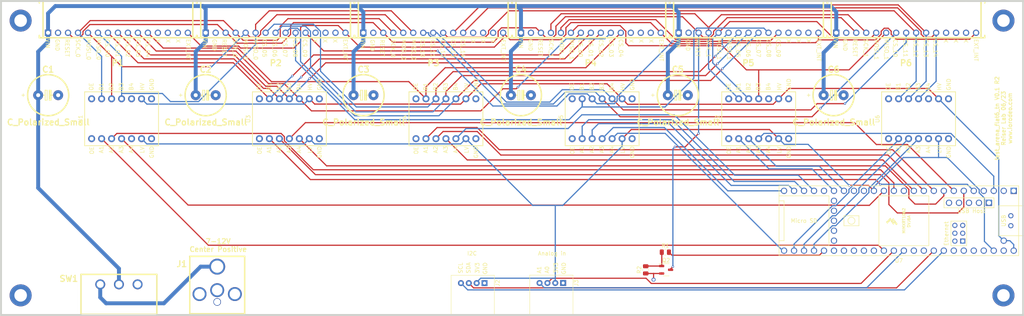
<source format=kicad_pcb>
(kicad_pcb (version 20221018) (generator pcbnew)
  (layers (0 "F.Cu" signal) (1 "In1.Cu" signal) (2 "In2.Cu" signal) (31 "B.Cu" signal) (34 "B.Paste" user) (35 "F.Paste" user) (36 "B.SilkS" user "B.Silkscreen") (37 "F.SilkS" user "F.Silkscreen") (38 "B.Mask" user) (39 "F.Mask" user) (44 "Edge.Cuts" user))
  (net 0 "")
  (net 1 "/3V3")
  (net 2 "/5V")
  (net 3 "/VIN")
  (net 4 "/VIN_SW")
  (net 5 "/SDA")
  (net 6 "/EXT_INT_5V")
  (net 7 "/MISO_0_3V3")
  (net 8 "/MISO_0_5V")
  (net 9 "/SCL")
  (net 10 "/A0")
  (net 11 "/MISO_1_3V3")
  (net 12 "/MISO_1_5V")
  (net 13 "/A1")
  (net 14 "/CS_00_5V")
  (net 15 "/CS_01_5V")
  (net 16 "/CS_02_5V")
  (net 17 "/CS_03_5V")
  (net 18 "/CS_04_5V")
  (net 21 "/MOSI_0_3V3")
  (net 22 "/MOSI_0_5V")
  (net 24 "/CS_05_5V")
  (net 25 "/MOSI_1_3V3")
  (net 26 "/MOSI_1_5V")
  (net 27 "/CS_06_5V")
  (net 28 "/CS_07_5V")
  (net 29 "/CS_08_5V")
  (net 30 "/CS_09_5V")
  (net 31 "/RESET")
  (net 32 "/RESET_PAN")
  (net 33 "/SCK_0_3V3")
  (net 34 "/SCK_0_5V")
  (net 35 "/SCK_1_3V3")
  (net 36 "/SCK_1_5V")
  (net 37 "GND")
  (net 41 "/CS_10_5V")
  (net 42 "/CS_11_5V")
  (net 43 "/CS_12_5V")
  (net 44 "/CS_13_5V")
  (net 45 "/CS_14_5V")
  (net 58 "Net-(Q2-G)")
  (net 68 "/CS_00_3V3")
  (net 69 "/CS_01_3V3")
  (net 70 "/CS_02_3V3")
  (net 71 "/CS_03_3V3")
  (net 74 "/CS_04_3V3")
  (net 75 "/CS_05_3V3")
  (net 76 "/CS_06_3V3")
  (net 77 "/CS_07_3V3")
  (net 80 "/CS_08_3V3")
  (net 81 "/CS_09_3V3")
  (net 82 "/CS_10_3V3")
  (net 83 "/CS_11_3V3")
  (net 86 "/CS_12_3V3")
  (net 87 "/CS_13_3V3")
  (net 88 "/CS_14_3V3")
  (footprint "arena_custom:Capacitor_Polarized" (layer "F.Cu") (at 52 74)
    (fp_text reference "C1")
    (fp_text value "C_Polarized_Small")
  )
  (footprint "arena_custom:Capacitor_Polarized" (layer "F.Cu") (at 92.0702 74)
    (fp_text reference "C2")
    (fp_text value "C_Polarized_Small")
  )
  (footprint "arena_custom:Capacitor_Polarized" (layer "F.Cu") (at 132.2202 74)
    (fp_text reference "C3")
    (fp_text value "C_Polarized_Small")
  )
  (footprint "arena_custom:Capacitor_Polarized" (layer "F.Cu") (at 172.25 74)
    (fp_text reference "C4")
    (fp_text value "C_Polarized_Small")
  )
  (footprint "arena_custom:Capacitor_Polarized" (layer "F.Cu") (at 212.1702 74)
    (fp_text reference "C5")
    (fp_text value "C_Polarized_Small")
  )
  (footprint "arena_custom:HEADER_TOP" (layer "F.Cu") (at 69.75 58.1)
    (fp_text reference "P1")
    (fp_text value "CONN15")
  )
  (footprint "arena_custom:HEADER_TOP" (layer "F.Cu") (at 109.85 58.1)
    (fp_text reference "P2")
    (fp_text value "CONN15")
  )
  (footprint "arena_custom:HEADER_TOP" (layer "F.Cu") (at 149.95 58.1)
    (fp_text reference "P3")
    (fp_text value "CONN15")
  )
  (footprint "arena_custom:HEADER_TOP" (layer "F.Cu") (at 190.05 58.1)
    (fp_text reference "P4")
    (fp_text value "CONN15")
  )
  (footprint "arena_custom:HEADER_TOP" (layer "F.Cu") (at 230.15 58.1)
    (fp_text reference "P5")
    (fp_text value "CONN15")
  )
  (footprint "arena_custom:HEADER_TOP" (layer "F.Cu") (at 270.25 58.1)
    (fp_text reference "P6")
    (fp_text value "CONN15")
  )
  (footprint "arena_custom:slide_switch" (layer "F.Cu") (at 70 124.74)
    (fp_text reference "SW1")
    (fp_text value "SW_SPDT" hide)
  )
  (footprint "arena_custom:SPARKFUN_TXB0104" (layer "F.Cu") (at 70.68 80 90)
    (fp_text reference "U1")
    (fp_text value "SPARKFUN_TXB0104" hide)
  )
  (footprint "arena_custom:SPARKFUN_TXB0104" (layer "F.Cu") (at 232.74 80 90)
    (fp_text reference "U2")
    (fp_text value "SPARKFUN_TXB0104" hide)
  )
  (footprint "arena_custom:SPARKFUN_TXB0104" (layer "F.Cu") (at 113.36 80 90)
    (fp_text reference "U3")
    (fp_text value "SPARKFUN_TXB0104" hide)
  )
  (footprint "arena_custom:SPARKFUN_TXB0104" (layer "F.Cu") (at 153.18 80 90)
    (fp_text reference "U4")
    (fp_text value "SPARKFUN_TXB0104" hide)
  )
  (footprint "arena_custom:SPARKFUN_TXB0104" (layer "F.Cu") (at 192.92 80 90)
    (fp_text reference "U5")
    (fp_text value "SPARKFUN_TXB0104" hide)
  )
  (footprint "arena_custom:SPARKFUN_TXB0104" (layer "F.Cu") (at 273.41 80 90)
    (fp_text reference "U6")
    (fp_text value "SPARKFUN_TXB0104" hide)
  )
  (footprint "arena_custom:DCJACK_2PIN_HIGHCURRENT" (layer "F.Cu") (at 95 129.6738 180)
    (fp_text reference "J1")
    (fp_text value "Barrel_Jack" hide)
  )
  (footprint "arena_custom:NS-Tech_Grove_1x04_P2mm_Horizontal" (layer "F.Cu") (at 160 121.88 -90)
    (fp_text reference "J2")
    (fp_text value "Conn_01x04_Pin")
  )
  (footprint "MountingHole:MountingHole_3.2mm_M3_DIN965_Pad" (layer "F.Cu") (at 45 55)
    (fp_text reference "H1" hide)
    (fp_text value "MountingHole_Pad")
  )
  (footprint "MountingHole:MountingHole_3.2mm_M3_DIN965_Pad" (layer "F.Cu") (at 45 125)
    (fp_text reference "H2" hide)
    (fp_text value "MountingHole_Pad")
  )
  (footprint "MountingHole:MountingHole_3.2mm_M3_DIN965_Pad" (layer "F.Cu") (at 295 55)
    (fp_text reference "H4" hide)
    (fp_text value "MountingHole_Pad")
  )
  (footprint "teensy:Teensy41" (layer "F.Cu") (at 268.4 105.9884 180)
    (fp_text reference "U7")
    (fp_text value "Teensy4.1")
  )
  (footprint "MountingHole:MountingHole_3.2mm_M3_DIN965_Pad" (layer "F.Cu") (at 295 125)
    (fp_text reference "H3" hide)
    (fp_text value "MountingHole_Pad")
  )
  (footprint "arena_custom:NS-Tech_Grove_1x04_P2mm_Horizontal" (layer "F.Cu") (at 180 121.85 -90)
    (fp_text reference "J3")
    (fp_text value "Conn_01x04_Pin")
  )
  (footprint "Resistor_SMD:R_0805_2012Metric" (layer "F.Cu") (at 209 114)
    (fp_text reference "R1")
    (fp_text value "200")
  )
  (footprint "arena_custom:Capacitor_Polarized" (layer "F.Cu") (at 251.8 74)
    (fp_text reference "C6")
    (fp_text value "C_Polarized_Small")
  )
  (footprint "Resistor_SMD:R_0805_2012Metric" (layer "F.Cu") (at 204 118.5 90)
    (fp_text reference "R2")
    (fp_text value "20k")
  )
  (footprint "Package_TO_SOT_SMD:SOT-23-3" (layer "F.Cu") (at 209.19 118.48)
    (fp_text reference "Q2")
    (fp_text value "MOSFET_NCHAN")
  )
  (gr_line (start 40 50) (end 40 130) (stroke (width 0.5)) (layer "Edge.Cuts"))
  (gr_line (start 40 50) (end 300 50) (stroke (width 0.5)) (layer "Edge.Cuts"))
  (gr_line (start 40 130) (end 300 130) (stroke (width 0.5)) (layer "Edge.Cuts"))
  (gr_line (start 300 50) (end 300 130) (stroke (width 0.5)) (layer "Edge.Cuts"))
  (gr_text "7-12V\nCenter Positive" (at 95.25 112.25) (layer "F.SilkS") (effects (font (size 1.27 1.27) (thickness 0.254))))
  (gr_text "test_arena_flat6_tn V0.1 R2\nReiser Lab 06/23\nwww.iorodeo.com" (at 295.02 79.88 90) (layer "F.SilkS") (effects (font (size 1.016 1.016) (thickness 0.2032))))
  (gr_text "CS_08" (at 234.7 59.6 270) (layer "F.SilkS") (effects (font (size 1 1)) (justify left bottom)))
  (gr_text "EXT_INT" (at 167.2 59.7 270) (layer "F.SilkS") (effects (font (size 1 1)) (justify left bottom)))
  (gr_text "CS_06" (at 229.5 59.6 270) (layer "F.SilkS") (effects (font (size 1 1)) (justify left bottom)))
  (gr_text "RESET" (at 216.65 59.6 270) (layer "F.SilkS") (effects (font (size 1 1)) (justify left bottom)))
  (gr_text "SCK_0" (at 139.15 59.7 270) (layer "F.SilkS") (effects (font (size 1 1)) (justify left bottom)))
  (gr_text "SDA" (at 159.5 119.5 90) (layer "F.SilkS") (effects (font (size 1 1)) (justify left bottom)))
  (gr_text "CS_04" (at 197.1 59.6 270) (layer "F.SilkS") (effects (font (size 1 1)) (justify left bottom)))
  (gr_text "CS_13" (at 154.45 59.7 270) (layer "F.SilkS") (effects (font (size 1 1)) (justify left bottom)))
  (gr_text "X" (at 162.05 59.7 270) (layer "F.SilkS") (effects (font (size 1 1)) (justify left bottom)))
  (gr_text "A1" (at 177.5 119.5 90) (layer "F.SilkS") (effects (font (size 1 1)) (justify left bottom)))
  (gr_text "CS_02" (at 71.7 59.6 270) (layer "F.SilkS") (effects (font (size 1 1)) (justify left bottom)))
  (gr_text "CS_09" (at 237.15 59.6 270) (layer "F.SilkS") (effects (font (size 1 1)) (justify left bottom)))
  (gr_text "EXT_INT" (at 207.4 59.6 270) (layer "F.SilkS") (effects (font (size 1 1)) (justify left bottom)))
  (gr_text "CS_14" (at 277.15 59.6 270) (layer "F.SilkS") (effects (font (size 1 1)) (justify left bottom)))
  (gr_text "CS_01" (at 189.45 59.6 270) (layer "F.SilkS") (effects (font (size 1 1)) (justify left bottom)))
  (gr_text "MISO_1" (at 184.6 59.6 270) (layer "F.SilkS") (effects (font (size 1 1)) (justify left bottom)))
  (gr_text "GND" (at 183.75 119.75 90) (layer "F.SilkS") (effects (font (size 1 1)) (justify left bottom)))
  (gr_text "MISO_0" (at 104.2 59.6 270) (layer "F.SilkS") (effects (font (size 1 1)) (justify left bottom)))
  (gr_text "RESET" (at 56.25 59.6 270) (layer "F.SilkS") (effects (font (size 1 1)) (justify left bottom)))
  (gr_text "EXT_INT" (at 247.45 59.6 270) (layer "F.SilkS") (effects (font (size 1 1)) (justify left bottom)))
  (gr_text "X" (at 119.3 59.6 270) (layer "F.SilkS") (effects (font (size 1 1)) (justify left bottom)))
  (gr_text "CS_07" (at 232.1 59.6 270) (layer "F.SilkS") (effects (font (size 1 1)) (justify left bottom)))
  (gr_text "A0" (at 179.5 119.5 90) (layer "F.SilkS") (effects (font (size 1 1)) (justify left bottom)))
  (gr_text "X" (at 159.5 59.7 270) (layer "F.SilkS") (effects (font (size 1 1)) (justify left bottom)))
  (gr_text "MOSI_1" (at 222.1 59.6 270) (layer "F.SilkS") (effects (font (size 1 1)) (justify left bottom)))
  (gr_text "X" (at 124.4 59.6 270) (layer "F.SilkS") (effects (font (size 1 1)) (justify left bottom)))
  (gr_text "MOSI_0" (at 101.65 59.6 270) (layer "F.SilkS") (effects (font (size 1 1)) (justify left bottom)))
  (gr_text "SCL" (at 157.5 119.5 90) (layer "F.SilkS") (effects (font (size 1 1)) (justify left bottom)))
  (gr_text "X" (at 242.3 59.6 270) (layer "F.SilkS") (effects (font (size 1 1)) (justify left bottom)))
  (gr_text "Analog in" (at 176.5 114.9) (layer "F.SilkS") (effects (font (size 1 1)) (justify left bottom)))
  (gr_text "MOSI_1" (at 262.1 59.6 270) (layer "F.SilkS") (effects (font (size 1 1)) (justify left bottom)))
  (gr_text "X" (at 244.85 59.6 270) (layer "F.SilkS") (effects (font (size 1 1)) (justify left bottom)))
  (gr_text "CS_03" (at 74.3 59.6 270) (layer "F.SilkS") (effects (font (size 1 1)) (justify left bottom)))
  (gr_text "CS_09" (at 116.7 59.6 270) (layer "F.SilkS") (effects (font (size 1 1)) (justify left bottom)))
  (gr_text "MOSI_0" (at 141.85 59.7 270) (layer "F.SilkS") (effects (font (size 1 1)) (justify left bottom)))
  (gr_text "X" (at 284.85 59.6 270) (layer "F.SilkS") (effects (font (size 1 1)) (justify left bottom)))
  (gr_text "SCK_1" (at 259.4 59.6 270) (layer "F.SilkS") (effects (font (size 1 1)) (justify left bottom)))
  (gr_text "SCK_0" (at 98.95 59.6 270) (layer "F.SilkS") (effects (font (size 1 1)) (justify left bottom)))
  (gr_text "MOSI_0" (at 61.7 59.6 270) (layer "F.SilkS") (effects (font (size 1 1)) (justify left bottom)))
  (gr_text "CS_05" (at 106.45 59.6 270) (layer "F.SilkS") (effects (font (size 1 1)) (justify left bottom)))
  (gr_text "X" (at 79.35 59.6 270) (layer "F.SilkS") (effects (font (size 1 1)) (justify left bottom)))
  (gr_text "CS_10" (at 146.65 59.7 270) (layer "F.SilkS") (effects (font (size 1 1)) (justify left bottom)))
  (gr_text "I2C" (at 158.5 114.9) (layer "F.SilkS") (effects (font (size 1 1)) (justify left bottom)))
  (gr_text "GND" (at 254.15 59.6 270) (layer "F.SilkS") (effects (font (size 1 1)) (justify left bottom)))
  (gr_text "SCK_1" (at 179.35 59.6 270) (layer "F.SilkS") (effects (font (size 1 1)) (justify left bottom)))
  (gr_text "CS_10" (at 266.9 59.6 270) (layer "F.SilkS") (effects (font (size 1 1)) (justify left bottom)))
  (gr_text "CS_11" (at 269.5 59.6 270) (layer "F.SilkS") (effects (font (size 1 1)) (justify left bottom)))
  (gr_text "CS_12" (at 272.1 59.6 270) (layer "F.SilkS") (effects (font (size 1 1)) (justify left bottom)))
  (gr_text "CS_07" (at 111.65 59.6 270) (layer "F.SilkS") (effects (font (size 1 1)) (justify left bottom)))
  (gr_text "VIN" (at 51.3 59.6 270) (layer "F.SilkS") (effects (font (size 1 1)) (justify left bottom)))
  (gr_text "VIN" (at 131.45 59.7 270) (layer "F.SilkS") (effects (font (size 1 1)) (justify left bottom)))
  (gr_text "X" (at 279.75 59.6 270) (layer "F.SilkS") (effects (font (size 1 1)) (justify left bottom)))
  (gr_text "SCK_0" (at 59 59.6 270) (layer "F.SilkS") (effects (font (size 1 1)) (justify left bottom)))
  (gr_text "X" (at 239.75 59.6 270) (layer "F.SilkS") (effects (font (size 1 1)) (justify left bottom)))
  (gr_text "MISO_1" (at 264.65 59.6 270) (layer "F.SilkS") (effects (font (size 1 1)) (justify left bottom)))
  (gr_text "3V3" (at 161.75 119.5 90) (layer "F.SilkS") (effects (font (size 1 1)) (justify left bottom)))
  (gr_text "RESET" (at 136.4 59.7 270) (layer "F.SilkS") (effects (font (size 1 1)) (justify left bottom)))
  (gr_text "RESET" (at 176.6 59.6 270) (layer "F.SilkS") (effects (font (size 1 1)) (justify left bottom)))
  (gr_text "EXT_INT" (at 287.45 59.6 270) (layer "F.SilkS") (effects (font (size 1 1)) (justify left bottom)))
  (gr_text "RESET" (at 256.65 59.6 270) (layer "F.SilkS") (effects (font (size 1 1)) (justify left bottom)))
  (gr_text "MOSI_1" (at 182.05 59.6 270) (layer "F.SilkS") (effects (font (size 1 1)) (justify left bottom)))
  (gr_text "X" (at 164.6 59.7 270) (layer "F.SilkS") (effects (font (size 1 1)) (justify left bottom)))
  (gr_text "RESET" (at 96.2 59.6 270) (layer "F.SilkS") (effects (font (size 1 1)) (justify left bottom)))
  (gr_text "GND" (at 174.1 59.6 270) (layer "F.SilkS") (effects (font (size 1 1)) (justify left bottom)))
  (gr_text "VIN" (at 211.7 59.6 270) (layer "F.SilkS") (effects (font (size 1 1)) (justify left bottom)))
  (gr_text "MISO_0" (at 144.4 59.7 270) (layer "F.SilkS") (effects (font (size 1 1)) (justify left bottom)))
  (gr_text "X" (at 202.25 59.6 270) (layer "F.SilkS") (effects (font (size 1 1)) (justify left bottom)))
  (gr_text "CS_00" (at 66.5 59.6 270) (layer "F.SilkS") (effects (font (size 1 1)) (justify left bottom)))
  (gr_text "CS_14" (at 156.9 59.7 270) (layer "F.SilkS") (effects (font (size 1 1)) (justify left bottom)))
  (gr_text "X" (at 121.85 59.6 270) (layer "F.SilkS") (effects (font (size 1 1)) (justify left bottom)))
  (gr_text "CS_11" (at 149.25 59.7 270) (layer "F.SilkS") (effects (font (size 1 1)) (justify left bottom)))
  (gr_text "SCK_1" (at 219.4 59.6 270) (layer "F.SilkS") (effects (font (size 1 1)) (justify left bottom)))
  (gr_text "CS_06" (at 109.05 59.6 270) (layer "F.SilkS") (effects (font (size 1 1)) (justify left bottom)))
  (gr_text "GND" (at 93.7 59.6 270) (layer "F.SilkS") (effects (font (size 1 1)) (justify left bottom)))
  (gr_text "MISO_0" (at 64.25 59.6 270) (layer "F.SilkS") (effects (font (size 1 1)) (justify left bottom)))
  (gr_text "CS_04" (at 76.75 59.6 270) (layer "F.SilkS") (effects (font (size 1 1)) (justify left bottom)))
  (gr_text "VIN" (at 251.7 59.6 270) (layer "F.SilkS") (effects (font (size 1 1)) (justify left bottom)))
  (gr_text "CS_13" (at 274.7 59.6 270) (layer "F.SilkS") (effects (font (size 1 1)) (justify left bottom)))
  (gr_text "GND" (at 163.75 119.75 90) (layer "F.SilkS") (effects (font (size 1 1)) (justify left bottom)))
  (gr_text "X" (at 199.7 59.6 270) (layer "F.SilkS") (effects (font (size 1 1)) (justify left bottom)))
  (gr_text "GND" (at 214.15 59.6 270) (layer "F.SilkS") (effects (font (size 1 1)) (justify left bottom)))
  (gr_text "CS_00" (at 186.85 59.6 270) (layer "F.SilkS") (effects (font (size 1 1)) (justify left bottom)))
  (gr_text "CS_08" (at 114.25 59.6 270) (layer "F.SilkS") (effects (font (size 1 1)) (justify left bottom)))
  (gr_text "MISO_1" (at 224.65 59.6 270) (layer "F.SilkS") (effects (font (size 1 1)) (justify left bottom)))
  (gr_text "EXT_INT" (at 127 59.6 270) (layer "F.SilkS") (effects (font (size 1 1)) (justify left bottom)))
  (gr_text "GND" (at 53.75 59.6 270) (layer "F.SilkS") (effects (font (size 1 1)) (justify left bottom)))
  (gr_text "VIN" (at 171.65 59.6 270) (layer "F.SilkS") (effects (font (size 1 1)) (justify left bottom)))
  (gr_text "CS_12" (at 151.85 59.7 270) (layer "F.SilkS") (effects (font (size 1 1)) (justify left bottom)))
  (gr_text "CS_01" (at 69.1 59.6 270) (layer "F.SilkS") (effects (font (size 1 1)) (justify left bottom)))
  (gr_text "X" (at 204.8 59.6 270) (layer "F.SilkS") (effects (font (size 1 1)) (justify left bottom)))
  (gr_text "VIN" (at 91.25 59.6 270) (layer "F.SilkS") (effects (font (size 1 1)) (justify left bottom)))
  (gr_text "CS_03" (at 194.65 59.6 270) (layer "F.SilkS") (effects (font (size 1 1)) (justify left bottom)))
  (gr_text "GND" (at 133.9 59.7 270) (layer "F.SilkS") (effects (font (size 1 1)) (justify left bottom)))
  (gr_text "X" (at 81.9 59.6 270) (layer "F.SilkS") (effects (font (size 1 1)) (justify left bottom)))
  (gr_text "EXT_INT" (at 87.05 59.6 270) (layer "F.SilkS") (effects (font (size 1 1)) (justify left bottom)))
  (gr_text "CS_02" (at 192.05 59.6 270) (layer "F.SilkS") (effects (font (size 1 1)) (justify left bottom)))
  (gr_text "X" (at 282.3 59.6 270) (layer "F.SilkS") (effects (font (size 1 1)) (justify left bottom)))
  (gr_text "CS_05" (at 226.9 59.6 270) (layer "F.SilkS") (effects (font (size 1 1)) (justify left bottom)))
  (gr_text "3V3" (at 181.75 119.5 90) (layer "F.SilkS") (effects (font (size 1 1)) (justify left bottom)))
  (gr_text "X" (at 84.45 59.6 270) (layer "F.SilkS") (effects (font (size 1 1)) (justify left bottom)))
  (segment (start 198 85.08) (end 200.33 82.75) (width 0.3) (layer "F.Cu") (net 1))
  (segment (start 262.05 98.3684) (end 260.6695 96.9879) (width 0.3) (layer "F.Cu") (net 1))
  (segment (start 200.33 82.75) (end 235.49 82.75) (width 0.3) (layer "F.Cu") (net 1))
  (segment (start 235.49 82.75) (end 237.82 85.08) (width 0.3) (layer "F.Cu") (net 1))
  (segment (start 260.6695 96.9879) (end 255.7712 96.9879) (width 0.3) (layer "F.Cu") (net 1))
  (via (at 255.7712 96.9879) (size 0.6) (drill 0.3) (layers "F.Cu" "B.Cu") (net 1))
  (segment (start 269.5338 89.8765) (end 278.49 89.8765) (width 0.3) (layer "B.Cu") (net 1))
  (segment (start 161 121.6597) (end 162.0278 120.6319) (width 0.3) (layer "B.Cu") (net 1))
  (segment (start 198 87) (end 198 85.08) (width 0.3) (layer "B.Cu") (net 1))
  (segment (start 181 120.6319) (end 181 102.08) (width 0.3) (layer "B.Cu") (net 1))
  (segment (start 118.44 85.08) (end 119.7792 86.4192) (width 0.3) (layer "B.Cu") (net 1))
  (segment (start 182.92 102.08) (end 198 87) (width 0.3) (layer "B.Cu") (net 1))
  (segment (start 280.6532 89.8765) (end 288.8398 98.0631) (width 0.3) (layer "B.Cu") (net 1))
  (segment (start 262.05 97.3603) (end 269.5338 89.8765) (width 0.3) (layer "B.Cu") (net 1))
  (segment (start 278.49 89.8765) (end 278.49 85.08) (width 0.3) (layer "B.Cu") (net 1))
  (segment (start 75.76 85.08) (end 77.0992 86.4192) (width 0.3) (layer "B.Cu") (net 1))
  (segment (start 162.0278 120.6319) (end 181 120.6319) (width 0.3) (layer "B.Cu") (net 1))
  (segment (start 239.2619 86.5219) (end 237.82 85.08) (width 0.3) (layer "B.Cu") (net 1))
  (segment (start 175.26 102.08) (end 158.26 85.08) (width 0.3) (layer "B.Cu") (net 1))
  (segment (start 255.7712 96.9879) (end 245.3052 86.5219) (width 0.3) (layer "B.Cu") (net 1))
  (segment (start 181 102.08) (end 182.92 102.08) (width 0.3) (layer "B.Cu") (net 1))
  (segment (start 181 102.08) (end 175.26 102.08) (width 0.3) (layer "B.Cu") (net 1))
  (segment (start 288.8398 98.0631) (end 288.8398 98.892) (width 0.3) (layer "B.Cu") (net 1))
  (segment (start 181 121.85) (end 181 120.6319) (width 0.3) (layer "B.Cu") (net 1))
  (segment (start 278.49 89.8765) (end 280.6532 89.8765) (width 0.3) (layer "B.Cu") (net 1))
  (segment (start 161 121.88) (end 161 121.6597) (width 0.3) (layer "B.Cu") (net 1))
  (segment (start 290.1606 100.2128) (end 290.1606 111.239) (width 0.3) (layer "B.Cu") (net 1))
  (segment (start 262.05 98.3684) (end 262.05 97.3603) (width 0.3) (layer "B.Cu") (net 1))
  (segment (start 156.9208 86.4192) (end 158.26 85.08) (width 0.3) (layer "B.Cu") (net 1))
  (segment (start 245.3052 86.5219) (end 239.2619 86.5219) (width 0.3) (layer "B.Cu") (net 1))
  (segment (start 77.0992 86.4192) (end 117.1008 86.4192) (width 0.3) (layer "B.Cu") (net 1))
  (segment (start 288.8398 98.892) (end 290.1606 100.2128) (width 0.3) (layer "B.Cu") (net 1))
  (segment (start 290.1606 111.239) (end 292.53 113.6084) (width 0.3) (layer "B.Cu") (net 1))
  (segment (start 117.1008 86.4192) (end 118.44 85.08) (width 0.3) (layer "B.Cu") (net 1))
  (segment (start 119.7792 86.4192) (end 156.9208 86.4192) (width 0.3) (layer "B.Cu") (net 1))
  (segment (start 194.18 71.1) (end 198 74.92) (width 0.3) (layer "F.Cu") (net 2))
  (segment (start 118.44 74.92) (end 119.7839 76.2639) (width 0.3) (layer "F.Cu") (net 2))
  (segment (start 236.4249 76.3151) (end 237.82 74.92) (width 0.3) (layer "F.Cu") (net 2))
  (segment (start 156.9161 76.2639) (end 158.26 74.92) (width 0.3) (layer "F.Cu") (net 2))
  (segment (start 237.82 74.92) (end 240.4601 72.2799) (width 0.3) (layer "F.Cu") (net 2))
  (segment (start 119.7839 76.2639) (end 156.9161 76.2639) (width 0.3) (layer "F.Cu") (net 2))
  (segment (start 158.26 74.92) (end 162.08 71.1) (width 0.3) (layer "F.Cu") (net 2))
  (segment (start 162.08 71.1) (end 194.18 71.1) (width 0.3) (layer "F.Cu") (net 2))
  (segment (start 240.4601 72.2799) (end 275.8499 72.2799) (width 0.3) (layer "F.Cu") (net 2))
  (segment (start 275.8499 72.2799) (end 278.49 74.92) (width 0.3) (layer "F.Cu") (net 2))
  (segment (start 198 74.92) (end 199.3951 76.3151) (width 0.3) (layer "F.Cu") (net 2))
  (segment (start 199.3951 76.3151) (end 236.4249 76.3151) (width 0.3) (layer "F.Cu") (net 2))
  (segment (start 297.61 113.6084) (end 297.61 112.06) (width 0.3) (layer "B.Cu") (net 2))
  (segment (start 278.49 74.92) (end 293.8 90.23) (width 0.3) (layer "B.Cu") (net 2))
  (segment (start 75.76 74.92) (end 77.1107 76.2707) (width 0.3) (layer "B.Cu") (net 2))
  (segment (start 117.0893 76.2707) (end 118.44 74.92) (width 0.3) (layer "B.Cu") (net 2))
  (segment (start 293.8 109.7984) (end 295.07 111.0684) (width 0.3) (layer "B.Cu") (net 2))
  (segment (start 296.6184 111.0684) (end 295.07 111.0684) (width 0.3) (layer "B.Cu") (net 2))
  (segment (start 293.8 90.23) (end 293.8 109.7984) (width 0.3) (layer "B.Cu") (net 2))
  (segment (start 297.61 112.06) (end 296.6184 111.0684) (width 0.3) (layer "B.Cu") (net 2))
  (segment (start 77.1107 76.2707) (end 117.0893 76.2707) (width 0.3) (layer "B.Cu") (net 2))
  (segment (start 91.31 51.3) (end 91.32 51.31) (width 1) (layer "B.Cu") (net 3))
  (segment (start 212.37 52.93) (end 212.37 58.1) (width 1) (layer "B.Cu") (net 3))
  (segment (start 252.47 58.1) (end 252.47 59.95) (width 1) (layer "B.Cu") (net 3))
  (segment (start 129.68 68.5618) (end 129.68 74) (width 1) (layer "B.Cu") (net 3))
  (segment (start 210.78 51.34) (end 212.37 52.93) (width 1) (layer "B.Cu") (net 3))
  (segment (start 209.63 68.6449) (end 209.6302 68.6451) (width 0.3) (layer "B.Cu") (net 3))
  (segment (start 251.06 51.34) (end 252.47 52.75) (width 1) (layer "B.Cu") (net 3))
  (segment (start 210.78 51.34) (end 251.06 51.34) (width 1) (layer "B.Cu") (net 3))
  (segment (start 91.31 51.3) (end 91.32 51.31) (width 1) (layer "B.Cu") (net 3))
  (segment (start 91.32 51.31) (end 92.07 52.06) (width 1) (layer "B.Cu") (net 3))
  (segment (start 89.5302 62.8998) (end 89.5302 74) (width 1) (layer "B.Cu") (net 3))
  (segment (start 51.97 60.4) (end 51.97 58.1) (width 1) (layer "B.Cu") (net 3))
  (segment (start 70 118.17) (end 49.46 97.63) (width 1) (layer "B.Cu") (net 3))
  (segment (start 209.63 63.2898) (end 209.63 68.6449) (width 1) (layer "B.Cu") (net 3))
  (segment (start 130.67 51.31) (end 171.28 51.31) (width 1) (layer "B.Cu") (net 3))
  (segment (start 210.75 51.31) (end 210.78 51.34) (width 1) (layer "B.Cu") (net 3))
  (segment (start 209.6302 68.6451) (end 209.6302 74) (width 0.3) (layer "B.Cu") (net 3))
  (segment (start 209.63 68.6449) (end 209.63 74) (width 1) (layer "B.Cu") (net 3))
  (segment (start 210.75 51.31) (end 210.78 51.34) (width 1) (layer "B.Cu") (net 3))
  (segment (start 92.07 52.06) (end 92.07 58.1) (width 1) (layer "B.Cu") (net 3))
  (segment (start 132.17 58.1) (end 132.17 60.46) (width 1) (layer "B.Cu") (net 3))
  (segment (start 49.46 62.91) (end 51.97 60.4) (width 1) (layer "B.Cu") (net 3))
  (segment (start 172.27 58.1) (end 172.27 60.27) (width 1) (layer "B.Cu") (net 3))
  (segment (start 49.46 74) (end 49.46 62.91) (width 1) (layer "B.Cu") (net 3))
  (segment (start 172.27 60.27) (end 169.71 62.83) (width 1) (layer "B.Cu") (net 3))
  (segment (start 92.07 60.36) (end 89.5302 62.8998) (width 1) (layer "B.Cu") (net 3))
  (segment (start 172.27 58.1) (end 172.27 52.3) (width 1) (layer "B.Cu") (net 3))
  (segment (start 132.17 60.46) (end 129.68 62.9498) (width 1) (layer "B.Cu") (net 3))
  (segment (start 252.47 52.75) (end 252.47 58.1) (width 1) (layer "B.Cu") (net 3))
  (segment (start 169.71 62.83) (end 169.71 74) (width 1) (layer "B.Cu") (net 3))
  (segment (start 51.97 58.1) (end 51.97 53.16) (width 1) (layer "B.Cu") (net 3))
  (segment (start 70 122.2) (end 70 118.17) (width 1) (layer "B.Cu") (net 3))
  (segment (start 132.17 52.81) (end 132.17 58.1) (width 1) (layer "B.Cu") (net 3))
  (segment (start 91.32 51.31) (end 130.67 51.31) (width 1) (layer "B.Cu") (net 3))
  (segment (start 92.07 58.1) (end 92.07 60.36) (width 1) (layer "B.Cu") (net 3))
  (segment (start 129.68 68.5618) (end 129.6802 68.562) (width 0.3) (layer "B.Cu") (net 3))
  (segment (start 249.26 63.16) (end 249.26 74) (width 1) (layer "B.Cu") (net 3))
  (segment (start 172.27 52.3) (end 171.28 51.31) (width 1) (layer "B.Cu") (net 3))
  (segment (start 212.37 60.55) (end 209.63 63.2898) (width 1) (layer "B.Cu") (net 3))
  (segment (start 252.47 59.95) (end 249.26 63.16) (width 1) (layer "B.Cu") (net 3))
  (segment (start 53.83 51.3) (end 91.31 51.3) (width 1) (layer "B.Cu") (net 3))
  (segment (start 171.28 51.31) (end 210.75 51.31) (width 1) (layer "B.Cu") (net 3))
  (segment (start 129.68 62.9498) (end 129.68 68.5618) (width 1) (layer "B.Cu") (net 3))
  (segment (start 51.97 53.16) (end 53.83 51.3) (width 1) (layer "B.Cu") (net 3))
  (segment (start 49.46 97.63) (end 49.46 74) (width 1) (layer "B.Cu") (net 3))
  (segment (start 130.67 51.31) (end 132.17 52.81) (width 1) (layer "B.Cu") (net 3))
  (segment (start 212.37 58.1) (end 212.37 60.55) (width 1) (layer "B.Cu") (net 3))
  (segment (start 129.6802 68.562) (end 129.6802 74) (width 0.3) (layer "B.Cu") (net 3))
  (segment (start 81.45 127.02) (end 66.74 127.02) (width 1) (layer "B.Cu") (net 4))
  (segment (start 90.785 117.685) (end 81.45 127.02) (width 1) (layer "B.Cu") (net 4))
  (segment (start 95 117.685) (end 90.785 117.685) (width 1) (layer "B.Cu") (net 4))
  (segment (start 66.74 127.02) (end 65.2502 125.53) (width 1) (layer "B.Cu") (net 4))
  (segment (start 65.2502 125.53) (end 65.2502 122.2) (width 1) (layer "B.Cu") (net 4))
  (segment (start 160.2122 123.0922) (end 267.8062 123.0922) (width 0.3) (layer "F.Cu") (net 5))
  (segment (start 159 121.88) (end 160.2122 123.0922) (width 0.3) (layer "F.Cu") (net 5))
  (segment (start 267.8062 123.0922) (end 277.29 113.6084) (width 0.3) (layer "F.Cu") (net 5))
  (segment (start 114.5 62) (end 100.957106 62) (width 0.3) (layer "F.Cu") (net 6))
  (segment (start 266.44 58.4739) (end 267.7211 59.755) (width 0.3) (layer "F.Cu") (net 6))
  (segment (start 264.6663 56.9455) (end 265.6879 56.9455) (width 0.3) (layer "F.Cu") (net 6))
  (segment (start 167.73 59.52) (end 167.73 58.1) (width 0.3) (layer "F.Cu") (net 6))
  (segment (start 165.5 61.75) (end 167.73 59.52) (width 0.3) (layer "F.Cu") (net 6))
  (segment (start 116.2 60.3) (end 114.5 62) (width 0.3) (layer "F.Cu") (net 6))
  (segment (start 247.2261 60.6154) (end 223.3189 60.6154) (width 0.3) (layer "F.Cu") (net 6))
  (segment (start 90.93 61.5) (end 87.53 58.1) (width 0.3) (layer "F.Cu") (net 6))
  (segment (start 247.93 59.9115) (end 247.2261 60.6154) (width 0.3) (layer "F.Cu") (net 6))
  (segment (start 223.0452 60.8891) (end 210.6191 60.8891) (width 0.3) (layer "F.Cu") (net 6))
  (segment (start 127.63 58.1) (end 125.78 56.25) (width 0.3) (layer "F.Cu") (net 6))
  (segment (start 247.93 59.9115) (end 247.93 58.1) (width 0.3) (layer "F.Cu") (net 6))
  (segment (start 205.23 55.5) (end 207.83 58.1) (width 0.3) (layer "F.Cu") (net 6))
  (segment (start 185 55.5) (end 205.23 55.5) (width 0.3) (layer "F.Cu") (net 6))
  (segment (start 265.6879 56.9455) (end 266.44 57.6976) (width 0.3) (layer "F.Cu") (net 6))
  (segment (start 182.3635 59.8626) (end 183.7 58.5261) (width 0.3) (layer "F.Cu") (net 6))
  (segment (start 266.44 57.6976) (end 266.44 58.4739) (width 0.3) (layer "F.Cu") (net 6))
  (segment (start 100.957106 62) (end 100.457106 61.5) (width 0.3) (layer "F.Cu") (net 6))
  (segment (start 116.2 56.8) (end 116.2 60.3) (width 0.3) (layer "F.Cu") (net 6))
  (segment (start 263.9 57.7118) (end 264.6663 56.9455) (width 0.3) (layer "F.Cu") (net 6))
  (segment (start 169.4926 59.8626) (end 182.3635 59.8626) (width 0.3) (layer "F.Cu") (net 6))
  (segment (start 183.7 58.5261) (end 183.7 56.8) (width 0.3) (layer "F.Cu") (net 6))
  (segment (start 116.75 56.25) (end 116.2 56.8) (width 0.3) (layer "F.Cu") (net 6))
  (segment (start 183.7 56.8) (end 185 55.5) (width 0.3) (layer "F.Cu") (net 6))
  (segment (start 127.63 58.1) (end 131.28 61.75) (width 0.3) (layer "F.Cu") (net 6))
  (segment (start 263.9 58.4566) (end 263.9 57.7118) (width 0.3) (layer "F.Cu") (net 6))
  (segment (start 210.6191 60.8891) (end 207.83 58.1) (width 0.3) (layer "F.Cu") (net 6))
  (segment (start 286.375 59.755) (end 288.03 58.1) (width 0.3) (layer "F.Cu") (net 6))
  (segment (start 100.457106 61.5) (end 90.93 61.5) (width 0.3) (layer "F.Cu") (net 6))
  (segment (start 131.28 61.75) (end 165.5 61.75) (width 0.3) (layer "F.Cu") (net 6))
  (segment (start 223.3189 60.6154) (end 223.0452 60.8891) (width 0.3) (layer "F.Cu") (net 6))
  (segment (start 247.93 59.9115) (end 262.4451 59.9115) (width 0.3) (layer "F.Cu") (net 6))
  (segment (start 125.78 56.25) (end 116.75 56.25) (width 0.3) (layer "F.Cu") (net 6))
  (segment (start 267.7211 59.755) (end 286.375 59.755) (width 0.3) (layer "F.Cu") (net 6))
  (segment (start 167.73 58.1) (end 169.4926 59.8626) (width 0.3) (layer "F.Cu") (net 6))
  (segment (start 262.4451 59.9115) (end 263.9 58.4566) (width 0.3) (layer "F.Cu") (net 6))
  (segment (start 251.355254 102) (end 251.413654 102.0584) (width 0.3) (layer "F.Cu") (net 7))
  (segment (start 251.413654 102.0584) (end 260.9 102.0584) (width 0.3) (layer "F.Cu") (net 7))
  (segment (start 87.6 102) (end 251.355254 102) (width 0.3) (layer "F.Cu") (net 7))
  (segment (start 70.68 85.08) (end 87.6 102) (width 0.3) (layer "F.Cu") (net 7))
  (segment (start 260.9 102.0584) (end 264.59 98.3684) (width 0.3) (layer "F.Cu") (net 7))
  (segment (start 108.25 52.5) (end 104.77 55.98) (width 0.3) (layer "F.Cu") (net 8))
  (segment (start 104.77 55.98) (end 104.77 58.1) (width 0.3) (layer "F.Cu") (net 8))
  (segment (start 139.27 52.5) (end 108.25 52.5) (width 0.3) (layer "F.Cu") (net 8))
  (segment (start 144.87 58.1) (end 139.27 52.5) (width 0.3) (layer "F.Cu") (net 8))
  (segment (start 70.68 73.5616) (end 70.68 74.92) (width 0.3) (layer "B.Cu") (net 8))
  (segment (start 64.67 58.1) (end 70.68 64.11) (width 0.3) (layer "B.Cu") (net 8))
  (segment (start 90.2244 75.6336) (end 83.1171 75.6336) (width 0.3) (layer "B.Cu") (net 8))
  (segment (start 83.1171 75.6336) (end 81.0451 73.5616) (width 0.3) (layer "B.Cu") (net 8))
  (segment (start 104.77 58.1) (end 104.77 61.088) (width 0.3) (layer "B.Cu") (net 8))
  (segment (start 70.68 64.11) (end 70.68 73.5616) (width 0.3) (layer "B.Cu") (net 8))
  (segment (start 81.0451 73.5616) (end 70.68 73.5616) (width 0.3) (layer "B.Cu") (net 8))
  (segment (start 104.77 61.088) (end 90.2244 75.6336) (width 0.3) (layer "B.Cu") (net 8))
  (segment (start 158.7257 123.6057) (end 269.8327 123.6057) (width 0.3) (layer "B.Cu") (net 9))
  (segment (start 157 121.88) (end 158.7257 123.6057) (width 0.3) (layer "B.Cu") (net 9))
  (segment (start 269.8327 123.6057) (end 279.83 113.6084) (width 0.3) (layer "B.Cu") (net 9))
  (segment (start 180.2122 120.6378) (end 204.0858 120.6378) (width 0.3) (layer "F.Cu") (net 10))
  (segment (start 204.0858 120.6378) (end 205.4132 121.9652) (width 0.3) (layer "F.Cu") (net 10))
  (segment (start 205.4132 121.9652) (end 258.7732 121.9652) (width 0.3) (layer "F.Cu") (net 10))
  (segment (start 179 121.85) (end 180.2122 120.6378) (width 0.3) (layer "F.Cu") (net 10))
  (segment (start 258.7732 121.9652) (end 267.13 113.6084) (width 0.3) (layer "F.Cu") (net 10))
  (segment (start 234.0891 83.7309) (end 281.6181 83.7309) (width 0.3) (layer "B.Cu") (net 11))
  (segment (start 281.6181 83.7309) (end 292.53 94.6428) (width 0.3) (layer "B.Cu") (net 11))
  (segment (start 292.53 94.6428) (end 292.53 98.3684) (width 0.3) (layer "B.Cu") (net 11))
  (segment (start 232.74 85.08) (end 234.0891 83.7309) (width 0.3) (layer "B.Cu") (net 11))
  (segment (start 223.4527 61.3891) (end 223.4586 61.395) (width 0.3) (layer "F.Cu") (net 12))
  (segment (start 184.97 58.1) (end 186.82 56.25) (width 0.3) (layer "F.Cu") (net 12))
  (segment (start 199.6391 61.3891) (end 223.4527 61.3891) (width 0.3) (layer "F.Cu") (net 12))
  (segment (start 198.94 60.69) (end 199.6391 61.3891) (width 0.3) (layer "F.Cu") (net 12))
  (segment (start 223.4586 61.395) (end 229.6147 67.5511) (width 0.3) (layer "F.Cu") (net 12))
  (segment (start 198.94 57.7222) (end 198.94 60.69) (width 0.3) (layer "F.Cu") (net 12))
  (segment (start 232.74 67.5511) (end 255.7189 67.5511) (width 0.3) (layer "F.Cu") (net 12))
  (segment (start 197.4678 56.25) (end 198.94 57.7222) (width 0.3) (layer "F.Cu") (net 12))
  (segment (start 229.6147 67.5511) (end 232.74 67.5511) (width 0.3) (layer "F.Cu") (net 12))
  (segment (start 255.7189 67.5511) (end 265.17 58.1) (width 0.3) (layer "F.Cu") (net 12))
  (segment (start 232.74 74.92) (end 232.74 67.5511) (width 0.3) (layer "F.Cu") (net 12))
  (segment (start 186.82 56.25) (end 197.4678 56.25) (width 0.3) (layer "F.Cu") (net 12))
  (via (at 223.4586 61.395) (size 0.6) (drill 0.3) (layers "F.Cu" "B.Cu") (net 12))
  (segment (start 223.4586 59.7114) (end 223.4586 61.395) (width 0.3) (layer "B.Cu") (net 12))
  (segment (start 225.07 58.1) (end 223.4586 59.7114) (width 0.3) (layer "B.Cu") (net 12))
  (segment (start 178.2186 123.0686) (end 260.2098 123.0686) (width 0.3) (layer "B.Cu") (net 13))
  (segment (start 260.2098 123.0686) (end 269.67 113.6084) (width 0.3) (layer "B.Cu") (net 13))
  (segment (start 177 121.85) (end 178.2186 123.0686) (width 0.3) (layer "B.Cu") (net 13))
  (segment (start 119.5 63.75) (end 181.86 63.75) (width 0.3) (layer "F.Cu") (net 14))
  (segment (start 114.15 69.1) (end 119.5 63.75) (width 0.3) (layer "F.Cu") (net 14))
  (segment (start 99.11 65.75) (end 74.86 65.75) (width 0.3) (layer "F.Cu") (net 14))
  (segment (start 181.86 63.75) (end 187.51 58.1) (width 0.3) (layer "F.Cu") (net 14))
  (segment (start 108.28 74.92) (end 99.11 65.75) (width 0.3) (layer "F.Cu") (net 14))
  (segment (start 114.1 69.1) (end 114.15 69.1) (width 0.3) (layer "F.Cu") (net 14))
  (segment (start 74.86 65.75) (end 67.21 58.1) (width 0.3) (layer "F.Cu") (net 14))
  (via (at 114.1 69.1) (size 0.6) (drill 0.3) (layers "F.Cu" "B.Cu") (net 14))
  (segment (start 114.1 69.1) (end 108.28 74.92) (width 0.3) (layer "B.Cu") (net 14))
  (segment (start 99.25 64.75) (end 76.4 64.75) (width 0.3) (layer "F.Cu") (net 15))
  (segment (start 120.99 64.75) (end 183.4 64.75) (width 0.3) (layer "F.Cu") (net 15))
  (segment (start 76.4 64.75) (end 69.75 58.1) (width 0.3) (layer "F.Cu") (net 15))
  (segment (start 183.4 64.75) (end 190.05 58.1) (width 0.3) (layer "F.Cu") (net 15))
  (segment (start 106.7665 72.2665) (end 99.25 64.75) (width 0.3) (layer "F.Cu") (net 15))
  (segment (start 110.82 74.92) (end 108.1665 72.2665) (width 0.3) (layer "F.Cu") (net 15))
  (segment (start 116.37 69.37) (end 120.99 64.75) (width 0.3) (layer "F.Cu") (net 15))
  (segment (start 108.1665 72.2665) (end 106.7665 72.2665) (width 0.3) (layer "F.Cu") (net 15))
  (via (at 116.37 69.37) (size 0.6) (drill 0.3) (layers "F.Cu" "B.Cu") (net 15))
  (segment (start 116.37 69.37) (end 110.82 74.92) (width 0.3) (layer "B.Cu") (net 15))
  (segment (start 107.348606 71.7242) (end 99.374406 63.75) (width 0.3) (layer "F.Cu") (net 16))
  (segment (start 99.374406 63.75) (end 77.94 63.75) (width 0.3) (layer "F.Cu") (net 16))
  (segment (start 110.1642 71.7242) (end 107.348606 71.7242) (width 0.3) (layer "F.Cu") (net 16))
  (segment (start 118.515 69.765) (end 118.58755 69.765) (width 0.3) (layer "F.Cu") (net 16))
  (segment (start 122.60255 65.75) (end 184.94 65.75) (width 0.3) (layer "F.Cu") (net 16))
  (segment (start 77.94 63.75) (end 72.29 58.1) (width 0.3) (layer "F.Cu") (net 16))
  (segment (start 113.36 74.92) (end 110.1642 71.7242) (width 0.3) (layer "F.Cu") (net 16))
  (segment (start 184.94 65.75) (end 192.59 58.1) (width 0.3) (layer "F.Cu") (net 16))
  (segment (start 118.58755 69.765) (end 122.60255 65.75) (width 0.3) (layer "F.Cu") (net 16))
  (via (at 118.515 69.765) (size 0.6) (drill 0.3) (layers "F.Cu" "B.Cu") (net 16))
  (segment (start 118.515 69.765) (end 113.36 74.92) (width 0.3) (layer "B.Cu") (net 16))
  (segment (start 79.48 62.75) (end 74.83 58.1) (width 0.3) (layer "F.Cu") (net 17))
  (segment (start 112.0274 71.0474) (end 108.0474 71.0474) (width 0.3) (layer "F.Cu") (net 17))
  (segment (start 115.9 74.92) (end 112.0274 71.0474) (width 0.3) (layer "F.Cu") (net 17))
  (segment (start 167.6809 72.3658) (end 162.0467 78) (width 0.3) (layer "F.Cu") (net 17))
  (segment (start 118.98 78) (end 115.9 74.92) (width 0.3) (layer "F.Cu") (net 17))
  (segment (start 171.0641 72.3658) (end 167.6809 72.3658) (width 0.3) (layer "F.Cu") (net 17))
  (segment (start 108.0474 71.0474) (end 99.75 62.75) (width 0.3) (layer "F.Cu") (net 17))
  (segment (start 99.75 62.75) (end 79.48 62.75) (width 0.3) (layer "F.Cu") (net 17))
  (segment (start 162.0467 78) (end 118.98 78) (width 0.3) (layer "F.Cu") (net 17))
  (segment (start 171.51495 71.91495) (end 171.0641 72.3658) (width 0.3) (layer "F.Cu") (net 17))
  (via (at 171.51495 71.91495) (size 0.6) (drill 0.3) (layers "F.Cu" "B.Cu") (net 17))
  (segment (start 183.8262 59.6037) (end 193.6263 59.6037) (width 0.3) (layer "B.Cu") (net 17))
  (segment (start 193.6263 59.6037) (end 195.13 58.1) (width 0.3) (layer "B.Cu") (net 17))
  (segment (start 171.51495 71.91495) (end 183.8262 59.6037) (width 0.3) (layer "B.Cu") (net 17))
  (segment (start 143.7272 70.5472) (end 108.7972 70.5472) (width 0.3) (layer "F.Cu") (net 18))
  (segment (start 153 67) (end 188.77 67) (width 0.3) (layer "F.Cu") (net 18))
  (segment (start 108.7972 70.5472) (end 100.25 62) (width 0.3) (layer "F.Cu") (net 18))
  (segment (start 148.1 71.9) (end 153 67) (width 0.3) (layer "F.Cu") (net 18))
  (segment (start 188.77 67) (end 197.67 58.1) (width 0.3) (layer "F.Cu") (net 18))
  (segment (start 81.27 62) (end 77.37 58.1) (width 0.3) (layer "F.Cu") (net 18))
  (segment (start 100.25 62) (end 81.27 62) (width 0.3) (layer "F.Cu") (net 18))
  (segment (start 148.1 74.92) (end 143.7272 70.5472) (width 0.3) (layer "F.Cu") (net 18))
  (segment (start 148.1 74.92) (end 148.1 71.9) (width 0.3) (layer "F.Cu") (net 18))
  (segment (start 112.09 84.5741) (end 112.09 85.6426) (width 0.3) (layer "F.Cu") (net 21))
  (segment (start 111.2567 83.7408) (end 112.09 84.5741) (width 0.3) (layer "F.Cu") (net 21))
  (segment (start 112.09 85.6426) (end 119.4474 93) (width 0.3) (layer "F.Cu") (net 21))
  (segment (start 267.13 96.38) (end 267.13 98.3684) (width 0.3) (layer "F.Cu") (net 21))
  (segment (start 119.4474 93) (end 263.75 93) (width 0.3) (layer "F.Cu") (net 21))
  (segment (start 263.75 93) (end 267.13 96.38) (width 0.3) (layer "F.Cu") (net 21))
  (segment (start 69.4792 83.7408) (end 111.2567 83.7408) (width 0.3) (layer "F.Cu") (net 21))
  (segment (start 68.14 85.08) (end 69.4792 83.7408) (width 0.3) (layer "F.Cu") (net 21))
  (segment (start 106.04 58.4782) (end 106.04 57.6405) (width 0.3) (layer "F.Cu") (net 22))
  (segment (start 93.25 66.75) (end 70.78 66.75) (width 0.3) (layer "F.Cu") (net 22))
  (segment (start 137.73 53.5) (end 142.33 58.1) (width 0.3) (layer "F.Cu") (net 22))
  (segment (start 105.2617 59.2565) (end 106.04 58.4782) (width 0.3) (layer "F.Cu") (net 22))
  (segment (start 102.23 58.1) (end 103.3865 59.2565) (width 0.3) (layer "F.Cu") (net 22))
  (segment (start 106.04 57.6405) (end 110.1805 53.5) (width 0.3) (layer "F.Cu") (net 22))
  (segment (start 62.13 58.1) (end 68.14 64.11) (width 0.3) (layer "F.Cu") (net 22))
  (segment (start 68.14 64.11) (end 68.14 74.92) (width 0.3) (layer "F.Cu") (net 22))
  (segment (start 70.78 66.75) (end 68.14 64.11) (width 0.3) (layer "F.Cu") (net 22))
  (segment (start 103.3865 59.2565) (end 105.2617 59.2565) (width 0.3) (layer "F.Cu") (net 22))
  (segment (start 110.1805 53.5) (end 137.73 53.5) (width 0.3) (layer "F.Cu") (net 22))
  (via (at 93.25 66.75) (size 0.6) (drill 0.3) (layers "F.Cu" "B.Cu") (net 22))
  (segment (start 93.58 66.75) (end 102.23 58.1) (width 0.3) (layer "B.Cu") (net 22))
  (segment (start 93.25 66.75) (end 93.58 66.75) (width 0.3) (layer "B.Cu") (net 22))
  (segment (start 217.773 68) (end 221.7205 64.0525) (width 0.3) (layer "F.Cu") (net 24))
  (segment (start 155 68) (end 217.773 68) (width 0.3) (layer "F.Cu") (net 24))
  (segment (start 150.64 74.92) (end 150.64 72.36) (width 0.3) (layer "F.Cu") (net 24))
  (segment (start 150.64 72.36) (end 155 68) (width 0.3) (layer "F.Cu") (net 24))
  (via (at 221.7205 64.0525) (size 0.6) (drill 0.3) (layers "F.Cu" "B.Cu") (net 24))
  (segment (start 227.61 58.163) (end 221.7205 64.0525) (width 0.3) (layer "B.Cu") (net 24))
  (segment (start 121.28 57.7293) (end 119.4765 55.9258) (width 0.3) (layer "B.Cu") (net 24))
  (segment (start 121.28 67.899094) (end 121.28 57.7293) (width 0.3) (layer "B.Cu") (net 24))
  (segment (start 150.64 74.92) (end 148.56 77) (width 0.3) (layer "B.Cu") (net 24))
  (segment (start 109.4842 55.9258) (end 107.31 58.1) (width 0.3) (layer "B.Cu") (net 24))
  (segment (start 130.380906 77) (end 121.28 67.899094) (width 0.3) (layer "B.Cu") (net 24))
  (segment (start 119.4765 55.9258) (end 109.4842 55.9258) (width 0.3) (layer "B.Cu") (net 24))
  (segment (start 227.61 58.1) (end 227.61 58.163) (width 0.3) (layer "B.Cu") (net 24))
  (segment (start 148.56 77) (end 130.380906 77) (width 0.3) (layer "B.Cu") (net 24))
  (segment (start 237.1982 92.0782) (end 230.2 85.08) (width 0.3) (layer "B.Cu") (net 25))
  (segment (start 248.1398 92.0782) (end 237.1982 92.0782) (width 0.3) (layer "B.Cu") (net 25))
  (segment (start 254.43 98.3684) (end 248.1398 92.0782) (width 0.3) (layer "B.Cu") (net 25))
  (segment (start 206.569 54.75) (end 211.5721 59.7531) (width 0.3) (layer "F.Cu") (net 26))
  (segment (start 261.3228 59.4072) (end 262.63 58.1) (width 0.3) (layer "F.Cu") (net 26))
  (segment (start 220.8769 59.7531) (end 222.53 58.1) (width 0.3) (layer "F.Cu") (net 26))
  (segment (start 251.6821 59.4072) (end 261.3228 59.4072) (width 0.3) (layer "F.Cu") (net 26))
  (segment (start 247.5249 55.25) (end 251.6821 59.4072) (width 0.3) (layer "F.Cu") (net 26))
  (segment (start 184.5 54.75) (end 206.569 54.75) (width 0.3) (layer "F.Cu") (net 26))
  (segment (start 211.5721 59.7531) (end 220.8769 59.7531) (width 0.3) (layer "F.Cu") (net 26))
  (segment (start 222.53 58.1) (end 225.38 55.25) (width 0.3) (layer "F.Cu") (net 26))
  (segment (start 182.43 56.82) (end 184.5 54.75) (width 0.3) (layer "F.Cu") (net 26))
  (segment (start 225.38 55.25) (end 247.5249 55.25) (width 0.3) (layer "F.Cu") (net 26))
  (segment (start 182.43 58.1) (end 182.43 56.82) (width 0.3) (layer "F.Cu") (net 26))
  (segment (start 221.0476 65.7676) (end 230.2 74.92) (width 0.3) (layer "B.Cu") (net 26))
  (segment (start 221.0476 59.5824) (end 221.0476 65.7676) (width 0.3) (layer "B.Cu") (net 26))
  (segment (start 222.53 58.1) (end 221.0476 59.5824) (width 0.3) (layer "B.Cu") (net 26))
  (segment (start 153.18 73.07) (end 157.25 69) (width 0.3) (layer "F.Cu") (net 27))
  (segment (start 219.25 69) (end 222.2404 66.0096) (width 0.3) (layer "F.Cu") (net 27))
  (segment (start 153.18 74.92) (end 153.18 73.07) (width 0.3) (layer "F.Cu") (net 27))
  (segment (start 157.25 69) (end 219.25 69) (width 0.3) (layer "F.Cu") (net 27))
  (via (at 222.2404 66.0096) (size 0.6) (drill 0.3) (layers "F.Cu" "B.Cu") (net 27))
  (segment (start 149.85 78.25) (end 130.25 78.25) (width 0.3) (layer "B.Cu") (net 27))
  (segment (start 230.15 58.1) (end 222.2404 66.0096) (width 0.3) (layer "B.Cu") (net 27))
  (segment (start 130.25 78.25) (end 118.74 66.74) (width 0.3) (layer "B.Cu") (net 27))
  (segment (start 118.74 57.7131) (end 117.4528 56.4259) (width 0.3) (layer "B.Cu") (net 27))
  (segment (start 117.4528 56.4259) (end 111.5241 56.4259) (width 0.3) (layer "B.Cu") (net 27))
  (segment (start 111.5241 56.4259) (end 109.85 58.1) (width 0.3) (layer "B.Cu") (net 27))
  (segment (start 118.74 66.74) (end 118.74 57.7131) (width 0.3) (layer "B.Cu") (net 27))
  (segment (start 153.18 74.92) (end 149.85 78.25) (width 0.3) (layer "B.Cu") (net 27))
  (segment (start 155.72 74.92) (end 160.39 70.25) (width 0.3) (layer "F.Cu") (net 28))
  (segment (start 220.54 70.25) (end 223.5013 67.2887) (width 0.3) (layer "F.Cu") (net 28))
  (segment (start 160.39 70.25) (end 220.54 70.25) (width 0.3) (layer "F.Cu") (net 28))
  (via (at 223.5013 67.2887) (size 0.6) (drill 0.3) (layers "F.Cu" "B.Cu") (net 28))
  (segment (start 115.3974 56.9393) (end 113.5507 56.9393) (width 0.3) (layer "B.Cu") (net 28))
  (segment (start 155.72 74.92) (end 151.39 79.25) (width 0.3) (layer "B.Cu") (net 28))
  (segment (start 151.39 79.25) (end 130 79.25) (width 0.3) (layer "B.Cu") (net 28))
  (segment (start 116.2 57.7419) (end 115.3974 56.9393) (width 0.3) (layer "B.Cu") (net 28))
  (segment (start 130 79.25) (end 116.2 65.45) (width 0.3) (layer "B.Cu") (net 28))
  (segment (start 232.69 58.1) (end 223.5013 67.2887) (width 0.3) (layer "B.Cu") (net 28))
  (segment (start 116.2 65.45) (end 116.2 57.7419) (width 0.3) (layer "B.Cu") (net 28))
  (segment (start 113.5507 56.9393) (end 112.39 58.1) (width 0.3) (layer "B.Cu") (net 28))
  (segment (start 208.9223 77) (end 187.84 77) (width 0.3) (layer "B.Cu") (net 29))
  (segment (start 216.9991 56.9086) (end 216.2508 57.6569) (width 0.3) (layer "B.Cu") (net 29))
  (segment (start 235.23 58.1) (end 234.0386 56.9086) (width 0.3) (layer "B.Cu") (net 29))
  (segment (start 216.2508 57.6569) (end 216.2508 69.6715) (width 0.3) (layer "B.Cu") (net 29))
  (segment (start 114.93 65.18) (end 114.93 58.1) (width 0.3) (layer "B.Cu") (net 29))
  (segment (start 234.0386 56.9086) (end 216.9991 56.9086) (width 0.3) (layer "B.Cu") (net 29))
  (segment (start 187.84 77) (end 187.84 74.92) (width 0.3) (layer "B.Cu") (net 29))
  (segment (start 187.84 76.91) (end 184.5 80.25) (width 0.3) (layer "B.Cu") (net 29))
  (segment (start 187.84 74.92) (end 187.84 76.91) (width 0.3) (layer "B.Cu") (net 29))
  (segment (start 216.2508 69.6715) (end 208.9223 77) (width 0.3) (layer "B.Cu") (net 29))
  (segment (start 130 80.25) (end 114.93 65.18) (width 0.3) (layer "B.Cu") (net 29))
  (segment (start 184.5 80.25) (end 130 80.25) (width 0.3) (layer "B.Cu") (net 29))
  (segment (start 210.9974 60.2909) (end 210.918 60.2115) (width 0.3) (layer "F.Cu") (net 30))
  (segment (start 223.1118 60.1153) (end 222.9362 60.2909) (width 0.3) (layer "F.Cu") (net 30))
  (segment (start 237.77 58.1) (end 235.7547 60.1153) (width 0.3) (layer "F.Cu") (net 30))
  (segment (start 222.9362 60.2909) (end 210.9974 60.2909) (width 0.3) (layer "F.Cu") (net 30))
  (segment (start 235.7547 60.1153) (end 223.1118 60.1153) (width 0.3) (layer "F.Cu") (net 30))
  (segment (start 151.085 62.7236) (end 122.0936 62.7236) (width 0.3) (layer "F.Cu") (net 30))
  (segment (start 122.0936 62.7236) (end 117.47 58.1) (width 0.3) (layer "F.Cu") (net 30))
  (via (at 151.085 62.7236) (size 0.6) (drill 0.3) (layers "F.Cu" "B.Cu") (net 30))
  (via (at 210.918 60.2115) (size 0.6) (drill 0.3) (layers "F.Cu" "B.Cu") (net 30))
  (segment (start 189.1258 73.6658) (end 190.38 74.92) (width 0.3) (layer "B.Cu") (net 30))
  (segment (start 190.38 74.92) (end 191.621 76.161) (width 0.3) (layer "B.Cu") (net 30))
  (segment (start 165.121 76.7596) (end 181.4211 76.7596) (width 0.3) (layer "B.Cu") (net 30))
  (segment (start 181.4211 76.7596) (end 184.5149 73.6658) (width 0.3) (layer "B.Cu") (net 30))
  (segment (start 151.085 62.7236) (end 165.121 76.7596) (width 0.3) (layer "B.Cu") (net 30))
  (segment (start 196.0245 76.161) (end 196.73 75.4555) (width 0.3) (layer "B.Cu") (net 30))
  (segment (start 184.5149 73.6658) (end 189.1258 73.6658) (width 0.3) (layer "B.Cu") (net 30))
  (segment (start 191.621 76.161) (end 196.0245 76.161) (width 0.3) (layer "B.Cu") (net 30))
  (segment (start 196.73 74.3995) (end 210.918 60.2115) (width 0.3) (layer "B.Cu") (net 30))
  (segment (start 196.73 75.4555) (end 196.73 74.3995) (width 0.3) (layer "B.Cu") (net 30))
  (segment (start 210.6847 114.7722) (end 248.1862 114.7722) (width 0.3) (layer "F.Cu") (net 31))
  (segment (start 248.1862 114.7722) (end 249.35 113.6084) (width 0.3) (layer "F.Cu") (net 31))
  (segment (start 209.9125 114) (end 210.6847 114.7722) (width 0.3) (layer "F.Cu") (net 31))
  (segment (start 165.25 60.5) (end 139.65 60.5) (width 0.3) (layer "F.Cu") (net 32))
  (segment (start 178.55 59.3) (end 177.35 58.1) (width 0.3) (layer "F.Cu") (net 32))
  (segment (start 253.7 54.25) (end 224.75 54.25) (width 0.3) (layer "F.Cu") (net 32))
  (segment (start 111.433 60.75) (end 100.093 60.75) (width 0.3) (layer "F.Cu") (net 32))
  (segment (start 217.45 58.1) (end 213.35 54) (width 0.3) (layer "F.Cu") (net 32))
  (segment (start 213.35 54) (end 183.57675 54) (width 0.3) (layer "F.Cu") (net 32))
  (segment (start 221.26 58.4565) (end 220.4635 59.253) (width 0.3) (layer "F.Cu") (net 32))
  (segment (start 100.093 60.75) (end 97.443 58.1) (width 0.3) (layer "F.Cu") (net 32))
  (segment (start 210.3275 118.263) (end 210.3275 118.48) (width 0.3) (layer "F.Cu") (net 32))
  (segment (start 217.45 83.75) (end 214.0348 87.1652) (width 0.3) (layer "F.Cu") (net 32))
  (segment (start 218.603 59.253) (end 217.45 58.1) (width 0.3) (layer "F.Cu") (net 32))
  (segment (start 139.65 60.5) (end 137.25 58.1) (width 0.3) (layer "F.Cu") (net 32))
  (segment (start 95.05 56) (end 97.15 58.1) (width 0.3) (layer "F.Cu") (net 32))
  (segment (start 97.443 58.1) (end 97.15 58.1) (width 0.3) (layer "F.Cu") (net 32))
  (segment (start 60.0294 59.2965) (end 60.86 58.4659) (width 0.3) (layer "F.Cu") (net 32))
  (segment (start 220.4635 59.253) (end 218.603 59.253) (width 0.3) (layer "F.Cu") (net 32))
  (segment (start 60.86 58.4659) (end 60.86 57.7436) (width 0.3) (layer "F.Cu") (net 32))
  (segment (start 181.1601 58.553) (end 180.4131 59.3) (width 0.3) (layer "F.Cu") (net 32))
  (segment (start 224.75 54.25) (end 221.26 57.74) (width 0.3) (layer "F.Cu") (net 32))
  (segment (start 167.3173 56.8369) (end 166.46 57.6942) (width 0.3) (layer "F.Cu") (net 32))
  (segment (start 210.9176 117.6729) (end 210.3275 118.263) (width 0.3) (layer "F.Cu") (net 32))
  (segment (start 62.6036 56) (end 95.05 56) (width 0.3) (layer "F.Cu") (net 32))
  (segment (start 214.0348 87.1652) (end 211.4437 87.1652) (width 0.3) (layer "F.Cu") (net 32))
  (segment (start 180.4131 59.3) (end 178.55 59.3) (width 0.3) (layer "F.Cu") (net 32))
  (segment (start 166.46 57.6942) (end 166.46 59.29) (width 0.3) (layer "F.Cu") (net 32))
  (segment (start 113.66 56.2764) (end 113.66 58.523) (width 0.3) (layer "F.Cu") (net 32))
  (segment (start 177.35 58.1) (end 176.0869 56.8369) (width 0.3) (layer "F.Cu") (net 32))
  (segment (start 58.2465 59.2965) (end 60.0294 59.2965) (width 0.3) (layer "F.Cu") (net 32))
  (segment (start 60.86 57.7436) (end 62.6036 56) (width 0.3) (layer "F.Cu") (net 32))
  (segment (start 166.46 59.29) (end 165.25 60.5) (width 0.3) (layer "F.Cu") (net 32))
  (segment (start 257.55 58.1) (end 253.7 54.25) (width 0.3) (layer "F.Cu") (net 32))
  (segment (start 181.1601 56.41665) (end 181.1601 58.553) (width 0.3) (layer "F.Cu") (net 32))
  (segment (start 134.65 55.5) (end 114.4364 55.5) (width 0.3) (layer "F.Cu") (net 32))
  (segment (start 114.4364 55.5) (end 113.66 56.2764) (width 0.3) (layer "F.Cu") (net 32))
  (segment (start 183.57675 54) (end 181.1601 56.41665) (width 0.3) (layer "F.Cu") (net 32))
  (segment (start 176.0869 56.8369) (end 167.3173 56.8369) (width 0.3) (layer "F.Cu") (net 32))
  (segment (start 137.25 58.1) (end 134.65 55.5) (width 0.3) (layer "F.Cu") (net 32))
  (segment (start 57.05 58.1) (end 58.2465 59.2965) (width 0.3) (layer "F.Cu") (net 32))
  (segment (start 221.26 57.74) (end 221.26 58.4565) (width 0.3) (layer "F.Cu") (net 32))
  (segment (start 113.66 58.523) (end 111.433 60.75) (width 0.3) (layer "F.Cu") (net 32))
  (via (at 211.4437 87.1652) (size 0.6) (drill 0.3) (layers "F.Cu" "B.Cu") (net 32))
  (via (at 210.9176 117.6729) (size 0.6) (drill 0.3) (layers "F.Cu" "B.Cu") (net 32))
  (via (at 217.45 83.75) (size 0.6) (drill 0.3) (layers "F.Cu" "B.Cu") (net 32))
  (segment (start 210.9176 87.6913) (end 211.4437 87.1652) (width 0.3) (layer "B.Cu") (net 32))
  (segment (start 217.45 83.75) (end 217.45 58.1) (width 0.3) (layer "B.Cu") (net 32))
  (segment (start 210.9176 117.6729) (end 210.9176 87.6913) (width 0.3) (layer "B.Cu") (net 32))
  (segment (start 65.6 85.08) (end 92.7506 112.2306) (width 0.3) (layer "F.Cu") (net 33))
  (segment (start 92.7506 112.2306) (end 263.2122 112.2306) (width 0.3) (layer "F.Cu") (net 33))
  (segment (start 263.2122 112.2306) (end 264.59 113.6084) (width 0.3) (layer "F.Cu") (net 33))
  (segment (start 110.25 60) (end 101.59 60) (width 0.3) (layer "F.Cu") (net 34))
  (segment (start 111.0383 56.4617) (end 111.0383 59.2117) (width 0.3) (layer "F.Cu") (net 34))
  (segment (start 62.69 55) (end 59.59 58.1) (width 0.3) (layer "F.Cu") (net 34))
  (segment (start 139.79 58.1) (end 136.19 54.5) (width 0.3) (layer "F.Cu") (net 34))
  (segment (start 111.0383 59.2117) (end 110.25 60) (width 0.3) (layer "F.Cu") (net 34))
  (segment (start 113 54.5) (end 111.0383 56.4617) (width 0.3) (layer "F.Cu") (net 34))
  (segment (start 99.69 58.1) (end 96.59 55) (width 0.3) (layer "F.Cu") (net 34))
  (segment (start 136.19 54.5) (end 113 54.5) (width 0.3) (layer "F.Cu") (net 34))
  (segment (start 101.59 60) (end 99.69 58.1) (width 0.3) (layer "F.Cu") (net 34))
  (segment (start 96.59 55) (end 62.69 55) (width 0.3) (layer "F.Cu") (net 34))
  (segment (start 65.6 64.11) (end 65.6 74.92) (width 0.3) (layer "B.Cu") (net 34))
  (segment (start 59.59 58.1) (end 65.6 64.11) (width 0.3) (layer "B.Cu") (net 34))
  (segment (start 251.89 98.3684) (end 246.2926 92.771) (width 0.3) (layer "B.Cu") (net 35))
  (segment (start 246.2926 92.771) (end 235.351 92.771) (width 0.3) (layer "B.Cu") (net 35))
  (segment (start 235.351 92.771) (end 227.66 85.08) (width 0.3) (layer "B.Cu") (net 35))
  (segment (start 216.5 53.25) (end 219.99 56.74) (width 0.3) (layer "F.Cu") (net 36))
  (segment (start 219.99 56.76) (end 219.99 58.1) (width 0.3) (layer "F.Cu") (net 36))
  (segment (start 223.25 53.5) (end 219.99 56.76) (width 0.3) (layer "F.Cu") (net 36))
  (segment (start 179.89 55.86) (end 182.5 53.25) (width 0.3) (layer "F.Cu") (net 36))
  (segment (start 179.89 58.1) (end 179.89 55.86) (width 0.3) (layer "F.Cu") (net 36))
  (segment (start 219.99 56.74) (end 219.99 58.1) (width 0.3) (layer "F.Cu") (net 36))
  (segment (start 260.09 58.1) (end 255.49 53.5) (width 0.3) (layer "F.Cu") (net 36))
  (segment (start 255.49 53.5) (end 223.25 53.5) (width 0.3) (layer "F.Cu") (net 36))
  (segment (start 182.5 53.25) (end 216.5 53.25) (width 0.3) (layer "F.Cu") (net 36))
  (segment (start 219.99 67.25) (end 227.66 74.92) (width 0.3) (layer "B.Cu") (net 36))
  (segment (start 219.99 58.1) (end 219.99 67.25) (width 0.3) (layer "B.Cu") (net 36))
  (segment (start 206 119.43) (end 206 121) (width 0.3) (layer "F.Cu") (net 37))
  (segment (start 204.018 119.43) (end 204.009 119.421) (width 0.3) (layer "F.Cu") (net 37))
  (segment (start 206 119.43) (end 204.018 119.43) (width 0.3) (layer "F.Cu") (net 37))
  (segment (start 208.052 119.43) (end 206 119.43) (width 0.3) (layer "F.Cu") (net 37))
  (segment (start 204.0085 119.421) (end 204 119.4125) (width 0.6) (layer "F.Cu") (net 37))
  (segment (start 204.009 119.421) (end 204.0085 119.421) (width 0.6) (layer "F.Cu") (net 37))
  (segment (start 204.009 119.421) (end 204 119.412) (width 0.3) (layer "F.Cu") (net 37))
  (segment (start 208.052 119.43) (end 208.0525 119.43) (width 0.6) (layer "F.Cu") (net 37))
  (via (at 117.9 69) (size 0.6) (drill 0.3) (layers "F.Cu" "B.Cu") (remove_unused_layers) (zone_layer_connections "In1.Cu" "In2.Cu") (net 37))
  (via (at 115.8 68.7) (size 0.6) (drill 0.3) (layers "F.Cu" "B.Cu") (remove_unused_layers) (zone_layer_connections "In1.Cu" "In2.Cu") (net 37))
  (via (at 172.4 72) (size 0.6) (drill 0.3) (layers "F.Cu" "B.Cu") (remove_unused_layers) (zone_layer_connections "In1.Cu" "In2.Cu") (net 37))
  (via (at 210.6 86.8) (size 0.6) (drill 0.3) (layers "F.Cu" "B.Cu") (remove_unused_layers) (zone_layer_connections "In1.Cu" "In2.Cu") (net 37))
  (via (at 206 121) (size 1) (drill 0.6) (layers "F.Cu" "B.Cu") (net 37))
  (via (at 222.8 62.1) (size 0.6) (drill 0.3) (layers "F.Cu" "B.Cu") (remove_unused_layers) (zone_layer_connections "In1.Cu" "In2.Cu") (net 37))
  (via (at 222.6 64.4) (size 0.6) (drill 0.3) (layers "F.Cu" "B.Cu") (remove_unused_layers) (zone_layer_connections "In1.Cu" "In2.Cu") (net 37))
  (via (at 218.2 84.4) (size 0.6) (drill 0.3) (layers "F.Cu" "B.Cu") (remove_unused_layers) (zone_layer_connections "In1.Cu" "In2.Cu") (net 37))
  (via (at 152 62.7) (size 0.6) (drill 0.3) (layers "F.Cu" "B.Cu") (remove_unused_layers) (zone_layer_connections "In1.Cu" "In2.Cu") (net 37))
  (via (at 113.5 68.4) (size 0.6) (drill 0.3) (layers "F.Cu" "B.Cu") (remove_unused_layers) (zone_layer_connections "In1.Cu" "In2.Cu") (net 37))
  (via (at 222.9 66.6) (size 0.6) (drill 0.3) (layers "F.Cu" "B.Cu") (remove_unused_layers) (zone_layer_connections "In1.Cu" "In2.Cu") (net 37))
  (segment (start 246.31 79.5) (end 197.5 79.5) (width 0.3) (layer "F.Cu") (net 41))
  (segment (start 248.4946 77.3154) (end 246.31 79.5) (width 0.3) (layer "F.Cu") (net 41))
  (segment (start 197.5 79.5) (end 192.92 74.92) (width 0.3) (layer "F.Cu") (net 41))
  (via (at 248.4946 77.3154) (size 0.6) (drill 0.3) (layers "F.Cu" "B.Cu") (net 41))
  (segment (start 183.6006 73.1656) (end 180.5068 76.2594) (width 0.3) (layer "B.Cu") (net 41))
  (segment (start 192.92 74.92) (end 191.1656 73.1656) (width 0.3) (layer "B.Cu") (net 41))
  (segment (start 180.5068 76.2594) (end 167.4594 76.2594) (width 0.3) (layer "B.Cu") (net 41))
  (segment (start 267.71 58.1) (end 248.4946 77.3154) (width 0.3) (layer "B.Cu") (net 41))
  (segment (start 150.45 59.25) (end 149.473654 59.25) (width 0.3) (layer "B.Cu") (net 41))
  (segment (start 167.4594 76.2594) (end 150.45 59.25) (width 0.3) (layer "B.Cu") (net 41))
  (segment (start 148.8 58.576346) (end 148.8 58.1) (width 0.3) (layer "B.Cu") (net 41))
  (segment (start 148.8 58.1) (end 147.41 58.1) (width 0.3) (layer "B.Cu") (net 41))
  (segment (start 149.473654 59.25) (end 148.8 58.576346) (width 0.3) (layer "B.Cu") (net 41))
  (segment (start 191.1656 73.1656) (end 183.6006 73.1656) (width 0.3) (layer "B.Cu") (net 41))
  (segment (start 247.5992 76.1612) (end 254.6677 76.1612) (width 0.3) (layer "F.Cu") (net 42))
  (segment (start 198.29 77.75) (end 246.0104 77.75) (width 0.3) (layer "F.Cu") (net 42))
  (segment (start 246.0104 77.75) (end 247.5992 76.1612) (width 0.3) (layer "F.Cu") (net 42))
  (segment (start 195.46 74.92) (end 198.29 77.75) (width 0.3) (layer "F.Cu") (net 42))
  (via (at 254.6677 76.1612) (size 0.6) (drill 0.3) (layers "F.Cu" "B.Cu") (net 42))
  (segment (start 193.1464 72.6064) (end 182.7782 72.6064) (width 0.3) (layer "B.Cu") (net 42))
  (segment (start 152.013654 59.25) (end 151.34 58.576346) (width 0.3) (layer "B.Cu") (net 42))
  (segment (start 151.34 58.54) (end 150.9 58.1) (width 0.3) (layer "B.Cu") (net 42))
  (segment (start 168.5592 75.7592) (end 152.05 59.25) (width 0.3) (layer "B.Cu") (net 42))
  (segment (start 182.7782 72.6064) (end 179.6254 75.7592) (width 0.3) (layer "B.Cu") (net 42))
  (segment (start 152.05 59.25) (end 152.013654 59.25) (width 0.3) (layer "B.Cu") (net 42))
  (segment (start 150.9 58.1) (end 149.95 58.1) (width 0.3) (layer "B.Cu") (net 42))
  (segment (start 270.25 58.1) (end 270.25 60.5789) (width 0.3) (layer "B.Cu") (net 42))
  (segment (start 179.6254 75.7592) (end 168.5592 75.7592) (width 0.3) (layer "B.Cu") (net 42))
  (segment (start 151.34 58.576346) (end 151.34 58.54) (width 0.3) (layer "B.Cu") (net 42))
  (segment (start 195.46 74.92) (end 193.1464 72.6064) (width 0.3) (layer "B.Cu") (net 42))
  (segment (start 270.25 60.5789) (end 254.6677 76.1612) (width 0.3) (layer "B.Cu") (net 42))
  (segment (start 163.1211 59.2555) (end 164.0199 58.3567) (width 0.3) (layer "F.Cu") (net 43))
  (segment (start 267.19 52.5) (end 272.79 58.1) (width 0.3) (layer "F.Cu") (net 43))
  (segment (start 152.49 58.1) (end 153.6455 59.2555) (width 0.3) (layer "F.Cu") (net 43))
  (segment (start 164.0199 57.5918) (end 169.1117 52.5) (width 0.3) (layer "F.Cu") (net 43))
  (segment (start 164.0199 58.3567) (end 164.0199 57.5918) (width 0.3) (layer "F.Cu") (net 43))
  (segment (start 169.1117 52.5) (end 267.19 52.5) (width 0.3) (layer "F.Cu") (net 43))
  (segment (start 153.6455 59.2555) (end 163.1211 59.2555) (width 0.3) (layer "F.Cu") (net 43))
  (segment (start 272.79 58.1) (end 272.79 70.46) (width 0.3) (layer "B.Cu") (net 43))
  (segment (start 272.79 70.46) (end 268.33 74.92) (width 0.3) (layer "B.Cu") (net 43))
  (segment (start 162.13 51) (end 155.03 58.1) (width 0.3) (layer "F.Cu") (net 44))
  (segment (start 268.23 51) (end 162.13 51) (width 0.3) (layer "F.Cu") (net 44))
  (segment (start 275.33 58.1) (end 268.23 51) (width 0.3) (layer "F.Cu") (net 44))
  (segment (start 275.33 58.1) (end 275.33 70.46) (width 0.3) (layer "B.Cu") (net 44))
  (segment (start 275.33 70.46) (end 270.87 74.92) (width 0.3) (layer "B.Cu") (net 44))
  (segment (start 276.7152 59.2548) (end 277.87 58.1) (width 0.3) (layer "F.Cu") (net 45))
  (segment (start 163.92 51.75) (end 268.075 51.75) (width 0.3) (layer "F.Cu") (net 45))
  (segment (start 274.8453 59.2548) (end 276.7152 59.2548) (width 0.3) (layer "F.Cu") (net 45))
  (segment (start 268.075 51.75) (end 274.06 57.735) (width 0.3) (layer "F.Cu") (net 45))
  (segment (start 157.57 58.1) (end 163.92 51.75) (width 0.3) (layer "F.Cu") (net 45))
  (segment (start 274.06 58.4695) (end 274.8453 59.2548) (width 0.3) (layer "F.Cu") (net 45))
  (segment (start 274.06 57.735) (end 274.06 58.4695) (width 0.3) (layer "F.Cu") (net 45))
  (segment (start 277.87 70.46) (end 273.41 74.92) (width 0.3) (layer "B.Cu") (net 45))
  (segment (start 277.87 58.1) (end 277.87 70.46) (width 0.3) (layer "B.Cu") (net 45))
  (segment (start 208.0525 117.53) (end 204.0575 117.53) (width 0.3) (layer "F.Cu") (net 58))
  (segment (start 208.0875 117.495) (end 208.0525 117.53) (width 0.3) (layer "F.Cu") (net 58))
  (segment (start 208.0875 114) (end 208.0875 117.495) (width 0.3) (layer "F.Cu") (net 58))
  (segment (start 204.0575 117.53) (end 204 117.5875) (width 0.3) (layer "F.Cu") (net 58))
  (segment (start 118.7 95.5) (end 108.28 85.08) (width 0.3) (layer "F.Cu") (net 68))
  (segment (start 263.6584 96.6941) (end 262.4643 95.5) (width 0.3) (layer "F.Cu") (net 68))
  (segment (start 262.4643 95.5) (end 118.7 95.5) (width 0.3) (layer "F.Cu") (net 68))
  (via (at 263.6584 96.6941) (size 0.6) (drill 0.3) (layers "F.Cu" "B.Cu") (net 68))
  (segment (start 285.7757 96.6941) (end 263.6584 96.6941) (width 0.3) (layer "B.Cu") (net 68))
  (segment (start 287.45 98.3684) (end 285.7757 96.6941) (width 0.3) (layer "B.Cu") (net 68))
  (segment (start 119.99 94.25) (end 263.75 94.25) (width 0.3) (layer "F.Cu") (net 69))
  (segment (start 283.402773 104) (end 284.91 102.492773) (width 0.3) (layer "F.Cu") (net 69))
  (segment (start 110.82 85.08) (end 119.99 94.25) (width 0.3) (layer "F.Cu") (net 69))
  (segment (start 265.86 101.86) (end 268 104) (width 0.3) (layer "F.Cu") (net 69))
  (segment (start 263.75 94.25) (end 265.86 96.36) (width 0.3) (layer "F.Cu") (net 69))
  (segment (start 265.86 96.36) (end 265.86 101.86) (width 0.3) (layer "F.Cu") (net 69))
  (segment (start 284.91 102.492773) (end 284.91 98.3684) (width 0.3) (layer "F.Cu") (net 69))
  (segment (start 268 104) (end 283.402773 104) (width 0.3) (layer "F.Cu") (net 69))
  (segment (start 257.1034 81) (end 117.44 81) (width 0.3) (layer "F.Cu") (net 70))
  (segment (start 282.37 98.3684) (end 270.5736 86.572) (width 0.3) (layer "F.Cu") (net 70))
  (segment (start 270.5736 86.572) (end 262.6754 86.572) (width 0.3) (layer "F.Cu") (net 70))
  (segment (start 262.6754 86.572) (end 257.1034 81) (width 0.3) (layer "F.Cu") (net 70))
  (segment (start 117.44 81) (end 113.36 85.08) (width 0.3) (layer "F.Cu") (net 70))
  (segment (start 279.83 99.67) (end 279.83 98.3684) (width 0.3) (layer "F.Cu") (net 71))
  (segment (start 270.94 98.0034) (end 270.94 100.19) (width 0.3) (layer "F.Cu") (net 71))
  (segment (start 122.82 92) (end 264.9366 92) (width 0.3) (layer "F.Cu") (net 71))
  (segment (start 277.75 101.75) (end 279.83 99.67) (width 0.3) (layer "F.Cu") (net 71))
  (segment (start 270.94 100.19) (end 272.5 101.75) (width 0.3) (layer "F.Cu") (net 71))
  (segment (start 264.9366 92) (end 270.94 98.0034) (width 0.3) (layer "F.Cu") (net 71))
  (segment (start 115.9 85.08) (end 122.82 92) (width 0.3) (layer "F.Cu") (net 71))
  (segment (start 272.5 101.75) (end 277.75 101.75) (width 0.3) (layer "F.Cu") (net 71))
  (segment (start 166.7546 87.899) (end 161.1056 82.25) (width 0.3) (layer "F.Cu") (net 74))
  (segment (start 150.93 82.25) (end 148.1 85.08) (width 0.3) (layer "F.Cu") (net 74))
  (segment (start 266.8206 87.899) (end 166.7546 87.899) (width 0.3) (layer "F.Cu") (net 74))
  (segment (start 277.29 98.3684) (end 266.8206 87.899) (width 0.3) (layer "F.Cu") (net 74))
  (segment (start 161.1056 82.25) (end 150.93 82.25) (width 0.3) (layer "F.Cu") (net 74))
  (segment (start 265.6316 89.25) (end 167.1482 89.25) (width 0.3) (layer "F.Cu") (net 75))
  (segment (start 152.47 83.25) (end 150.64 85.08) (width 0.3) (layer "F.Cu") (net 75))
  (segment (start 161.1482 83.25) (end 152.47 83.25) (width 0.3) (layer "F.Cu") (net 75))
  (segment (start 274.75 98.3684) (end 265.6316 89.25) (width 0.3) (layer "F.Cu") (net 75))
  (segment (start 167.1482 89.25) (end 161.1482 83.25) (width 0.3) (layer "F.Cu") (net 75))
  (segment (start 153.18 85.08) (end 158.6 90.5) (width 0.3) (layer "F.Cu") (net 76))
  (segment (start 158.6 90.5) (end 264.3416 90.5) (width 0.3) (layer "F.Cu") (net 76))
  (segment (start 264.3416 90.5) (end 272.21 98.3684) (width 0.3) (layer "F.Cu") (net 76))
  (segment (start 242.8271 94.3855) (end 226.6355 94.3855) (width 0.3) (layer "B.Cu") (net 77))
  (segment (start 226.6355 94.3855) (end 211.25 79) (width 0.3) (layer "B.Cu") (net 77))
  (segment (start 184.25 82.5) (end 158.3 82.5) (width 0.3) (layer "B.Cu") (net 77))
  (segment (start 246.81 98.3684) (end 242.8271 94.3855) (width 0.3) (layer "B.Cu") (net 77))
  (segment (start 211.25 79) (end 187.75 79) (width 0.3) (layer "B.Cu") (net 77))
  (segment (start 187.75 79) (end 184.25 82.5) (width 0.3) (layer "B.Cu") (net 77))
  (segment (start 158.3 82.5) (end 155.72 85.08) (width 0.3) (layer "B.Cu") (net 77))
  (segment (start 187.84 81.91) (end 187.84 85.08) (width 0.3) (layer "B.Cu") (net 80))
  (segment (start 226.4697 95.9697) (end 210.75 80.25) (width 0.3) (layer "B.Cu") (net 80))
  (segment (start 189.5 80.25) (end 187.84 81.91) (width 0.3) (layer "B.Cu") (net 80))
  (segment (start 241.8713 95.9697) (end 226.4697 95.9697) (width 0.3) (layer "B.Cu") (net 80))
  (segment (start 244.27 98.3684) (end 241.8713 95.9697) (width 0.3) (layer "B.Cu") (net 80))
  (segment (start 210.75 80.25) (end 189.5 80.25) (width 0.3) (layer "B.Cu") (net 80))
  (segment (start 190.38 82.87) (end 190.38 85.08) (width 0.3) (layer "B.Cu") (net 81))
  (segment (start 225.7384 96.9884) (end 210 81.25) (width 0.3) (layer "B.Cu") (net 81))
  (segment (start 210 81.25) (end 192 81.25) (width 0.3) (layer "B.Cu") (net 81))
  (segment (start 240.35 96.9884) (end 225.7384 96.9884) (width 0.3) (layer "B.Cu") (net 81))
  (segment (start 192 81.25) (end 190.38 82.87) (width 0.3) (layer "B.Cu") (net 81))
  (segment (start 241.73 98.3684) (end 240.35 96.9884) (width 0.3) (layer "B.Cu") (net 81))
  (segment (start 224.8684 98.3684) (end 239.19 98.3684) (width 0.3) (layer "B.Cu") (net 82))
  (segment (start 192.92 85.08) (end 195.75 82.25) (width 0.3) (layer "B.Cu") (net 82))
  (segment (start 195.75 82.25) (end 208.75 82.25) (width 0.3) (layer "B.Cu") (net 82))
  (segment (start 208.75 82.25) (end 224.8684 98.3684) (width 0.3) (layer "B.Cu") (net 82))
  (segment (start 208.9394 83.7112) (end 238.8366 113.6084) (width 0.3) (layer "B.Cu") (net 83))
  (segment (start 238.8366 113.6084) (end 239.19 113.6084) (width 0.3) (layer "B.Cu") (net 83))
  (segment (start 195.46 85.08) (end 196.8288 83.7112) (width 0.3) (layer "B.Cu") (net 83))
  (segment (start 196.8288 83.7112) (end 208.9394 83.7112) (width 0.3) (layer "B.Cu") (net 83))
  (segment (start 268.33 85.3651) (end 255.7 97.9951) (width 0.3) (layer "B.Cu") (net 86))
  (segment (start 251.4805 102.1784) (end 241.73 111.9289) (width 0.3) (layer "B.Cu") (net 86))
  (segment (start 241.73 111.9289) (end 241.73 113.6084) (width 0.3) (layer "B.Cu") (net 86))
  (segment (start 252.2957 102.1784) (end 251.4805 102.1784) (width 0.3) (layer "B.Cu") (net 86))
  (segment (start 255.7 97.9951) (end 255.7 98.7741) (width 0.3) (layer "B.Cu") (net 86))
  (segment (start 255.7 98.7741) (end 252.2957 102.1784) (width 0.3) (layer "B.Cu") (net 86))
  (segment (start 268.33 85.08) (end 268.33 85.3651) (width 0.3) (layer "B.Cu") (net 86))
  (segment (start 270.87 85.08) (end 258.24 97.71) (width 0.3) (layer "B.Cu") (net 87))
  (segment (start 244.27 111.9495) (end 244.27 113.6084) (width 0.3) (layer "B.Cu") (net 87))
  (segment (start 258.24 97.71) (end 258.24 98.7767) (width 0.3) (layer "B.Cu") (net 87))
  (segment (start 252.2983 104.7184) (end 251.5011 104.7184) (width 0.3) (layer "B.Cu") (net 87))
  (segment (start 251.5011 104.7184) (end 244.27 111.9495) (width 0.3) (layer "B.Cu") (net 87))
  (segment (start 258.24 98.7767) (end 252.2983 104.7184) (width 0.3) (layer "B.Cu") (net 87))
  (segment (start 246.81 111.9392) (end 246.81 113.6084) (width 0.3) (layer "B.Cu") (net 88))
  (segment (start 260.78 98.7905) (end 252.3121 107.2584) (width 0.3) (layer "B.Cu") (net 88))
  (segment (start 260.78 97.71) (end 260.78 98.7905) (width 0.3) (layer "B.Cu") (net 88))
  (segment (start 252.3121 107.2584) (end 251.4908 107.2584) (width 0.3) (layer "B.Cu") (net 88))
  (segment (start 251.4908 107.2584) (end 246.81 111.9392) (width 0.3) (layer "B.Cu") (net 88))
  (segment (start 273.41 85.08) (end 260.78 97.71) (width 0.3) (layer "B.Cu") (net 88))
)
</source>
